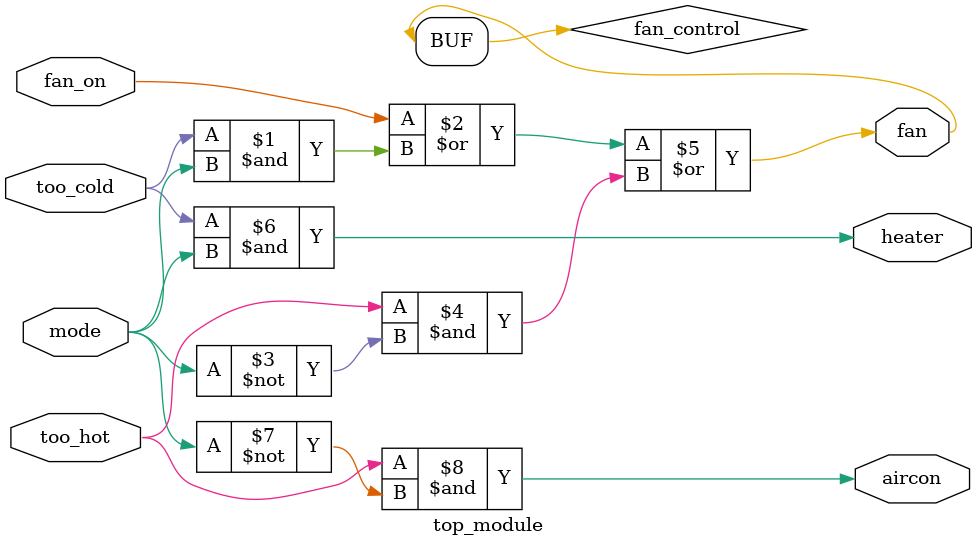
<source format=sv>
module top_module(
	input mode,
	input too_cold,
	input too_hot,
	input fan_on,
	output heater,
	output aircon,
	output fan
);

// Declare internal signal for fan control
wire fan_control;

// Fan control logic
assign fan_control = fan_on | (too_cold & mode) | (too_hot & ~mode);

// Assign outputs
assign heater = too_cold & mode;
assign aircon = too_hot & ~mode;
assign fan = fan_control;

endmodule

</source>
